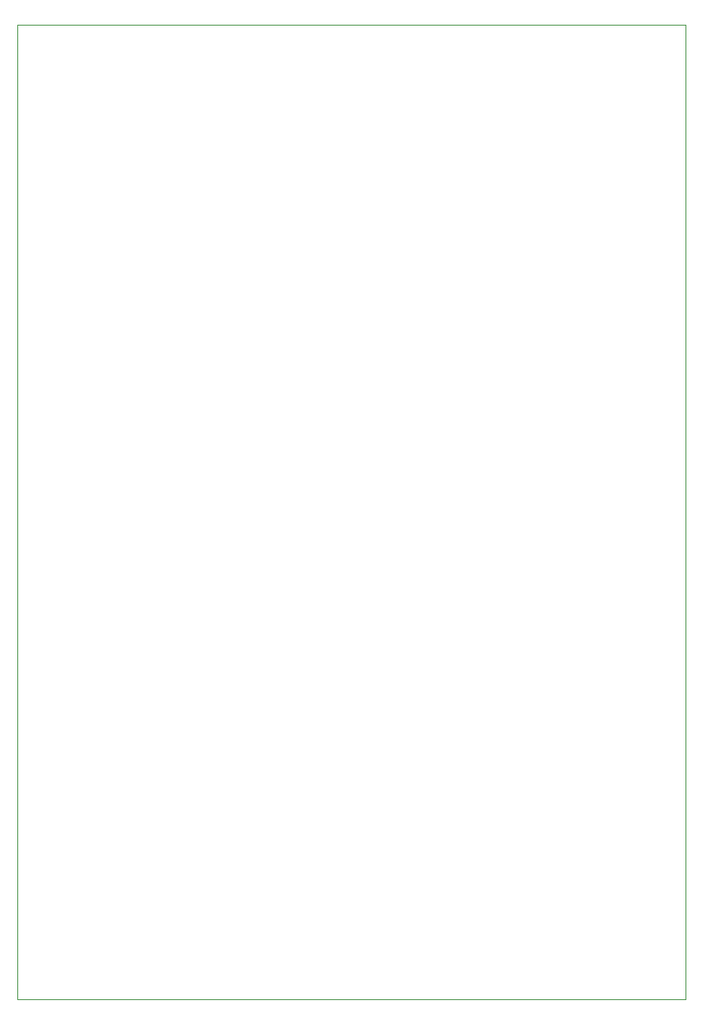
<source format=gbr>
G04 #@! TF.GenerationSoftware,KiCad,Pcbnew,5.1.5*
G04 #@! TF.CreationDate,2020-03-26T23:23:50-05:00*
G04 #@! TF.ProjectId,arduino-lab,61726475-696e-46f2-9d6c-61622e6b6963,rev?*
G04 #@! TF.SameCoordinates,Original*
G04 #@! TF.FileFunction,Profile,NP*
%FSLAX46Y46*%
G04 Gerber Fmt 4.6, Leading zero omitted, Abs format (unit mm)*
G04 Created by KiCad (PCBNEW 5.1.5) date 2020-03-26 23:23:50*
%MOMM*%
%LPD*%
G04 APERTURE LIST*
%ADD10C,0.050000*%
G04 APERTURE END LIST*
D10*
X133600000Y-33400000D02*
X65000000Y-33400000D01*
X133600000Y-133400000D02*
X133600000Y-33400000D01*
X65000000Y-133400000D02*
X133600000Y-133400000D01*
X65000000Y-33400000D02*
X65000000Y-133400000D01*
M02*

</source>
